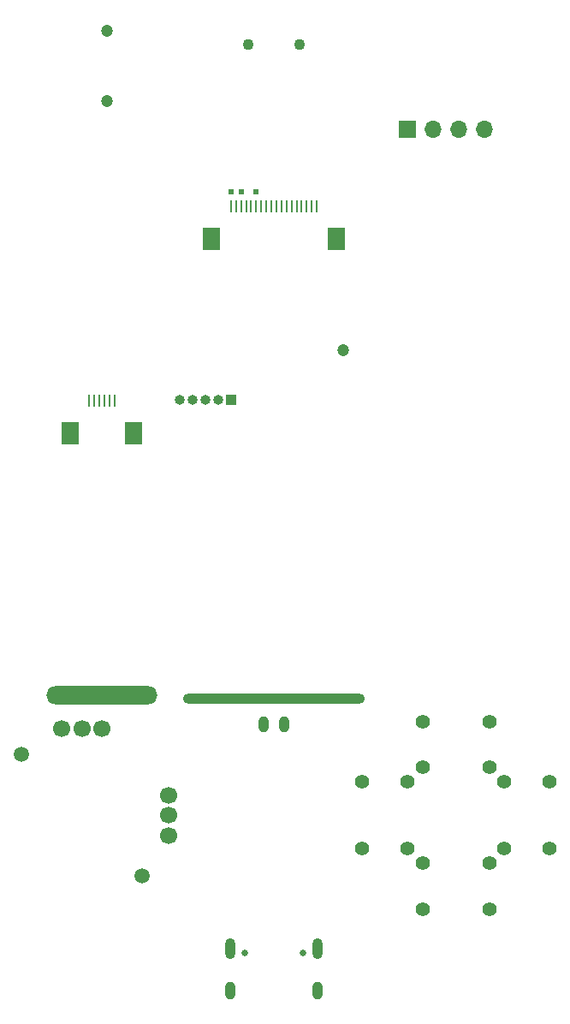
<source format=gbs>
G04 #@! TF.GenerationSoftware,KiCad,Pcbnew,7.0.6*
G04 #@! TF.CreationDate,2023-08-21T22:19:32+09:00*
G04 #@! TF.ProjectId,SmaCon,536d6143-6f6e-42e6-9b69-6361645f7063,V1.2*
G04 #@! TF.SameCoordinates,Original*
G04 #@! TF.FileFunction,Soldermask,Bot*
G04 #@! TF.FilePolarity,Negative*
%FSLAX46Y46*%
G04 Gerber Fmt 4.6, Leading zero omitted, Abs format (unit mm)*
G04 Created by KiCad (PCBNEW 7.0.6) date 2023-08-21 22:19:32*
%MOMM*%
%LPD*%
G01*
G04 APERTURE LIST*
%ADD10R,0.500000X0.500000*%
%ADD11R,1.800000X2.200000*%
%ADD12R,0.150000X1.300000*%
%ADD13C,1.400000*%
%ADD14O,18.000000X1.000000*%
%ADD15O,11.000000X1.800000*%
%ADD16O,1.000000X1.600000*%
%ADD17C,1.100000*%
%ADD18R,1.700000X1.700000*%
%ADD19O,1.700000X1.700000*%
%ADD20O,1.000000X1.800000*%
%ADD21C,0.650000*%
%ADD22O,1.000000X2.100000*%
%ADD23C,1.200000*%
%ADD24R,1.000000X1.000000*%
%ADD25O,1.000000X1.000000*%
%ADD26C,1.500000*%
%ADD27C,1.700000*%
G04 APERTURE END LIST*
D10*
X-1750000Y-18350000D03*
X-3250000Y-18350000D03*
X-4250000Y-18350000D03*
D11*
X6150000Y-23000000D03*
X-6150000Y-23000000D03*
D12*
X-4250000Y-19750000D03*
X-3750000Y-19750000D03*
X-3250000Y-19750000D03*
X-2750000Y-19750000D03*
X-2250000Y-19750000D03*
X-1750000Y-19750000D03*
X-1250000Y-19750000D03*
X-750000Y-19750000D03*
X-250000Y-19750000D03*
X250000Y-19750000D03*
X750000Y-19750000D03*
X1250000Y-19750000D03*
X1750000Y-19750000D03*
X2250000Y-19750000D03*
X2750000Y-19750000D03*
X3250000Y-19750000D03*
X3750000Y-19750000D03*
X4250000Y-19750000D03*
D13*
X13250000Y-76700000D03*
X13250000Y-83300000D03*
X8750000Y-76700000D03*
X8750000Y-83300000D03*
D14*
X0Y-68500000D03*
D13*
X22750000Y-83300000D03*
X22750000Y-76700000D03*
X27250000Y-83300000D03*
X27250000Y-76700000D03*
D15*
X-17000000Y-68100000D03*
D13*
X14700000Y-84750000D03*
X21300000Y-84750000D03*
X14700000Y-89250000D03*
X21300000Y-89250000D03*
D16*
X-1000000Y-71000000D03*
X1000000Y-71000000D03*
D17*
X-2500000Y-3800000D03*
X2500000Y-3800000D03*
D18*
X13190000Y-12155000D03*
D19*
X15730000Y-12155000D03*
X18270000Y-12155000D03*
X20810000Y-12155000D03*
D20*
X-4320000Y-97325000D03*
D21*
X-2890000Y-93645000D03*
X2890000Y-93645000D03*
D22*
X4320000Y-93145000D03*
D20*
X4320000Y-97325000D03*
D22*
X-4320000Y-93145000D03*
D23*
X6900000Y-34000000D03*
X-16500000Y-2400000D03*
X-16500000Y-9400000D03*
D13*
X21300000Y-75250000D03*
X14700000Y-75250000D03*
X21300000Y-70750000D03*
X14700000Y-70750000D03*
D24*
X-4200000Y-38900000D03*
D25*
X-5470000Y-38900000D03*
X-6740000Y-38900000D03*
X-8010000Y-38900000D03*
X-9280000Y-38900000D03*
D26*
X-25000000Y-74000000D03*
X-13000000Y-86000000D03*
D27*
X-17000000Y-71400000D03*
X-19000000Y-71400000D03*
X-21000000Y-71400000D03*
X-10400000Y-82000000D03*
X-10400000Y-80000000D03*
X-10400000Y-78000000D03*
D11*
X-13850000Y-42250000D03*
X-20150000Y-42250000D03*
D12*
X-18250000Y-39000000D03*
X-17750000Y-39000000D03*
X-17250000Y-39000000D03*
X-16750000Y-39000000D03*
X-16250000Y-39000000D03*
X-15750000Y-39000000D03*
M02*

</source>
